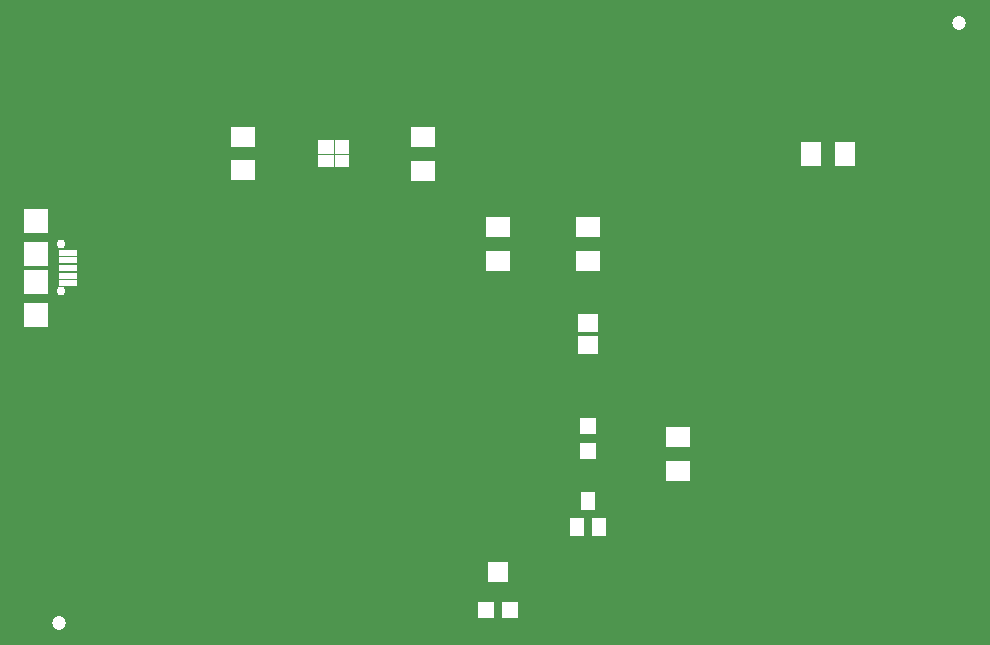
<source format=gts>
G04 EAGLE Gerber RS-274X export*
G75*
%MOMM*%
%FSLAX34Y34*%
%LPD*%
%INSoldermask Top*%
%IPNEG*%
%AMOC8*
5,1,8,0,0,1.08239X$1,22.5*%
G01*
%ADD10R,2.003200X1.803200*%
%ADD11R,1.549400X0.584200*%
%ADD12R,2.103200X2.103200*%
%ADD13C,0.753200*%
%ADD14R,1.403200X1.403200*%
%ADD15R,2.006200X1.803200*%
%ADD16R,1.803200X1.703200*%
%ADD17R,1.703200X1.503200*%
%ADD18R,1.203200X1.603200*%
%ADD19R,1.803200X2.006200*%
%ADD20C,1.203200*%
%ADD21R,1.153200X1.053200*%
%ADD22R,1.353200X1.053200*%
%ADD23R,1.353200X1.173200*%
%ADD24R,1.153200X1.173200*%


D10*
X-876300Y481300D03*
X-876300Y509300D03*
D11*
X-1024810Y411780D03*
X-1024810Y405280D03*
X-1024810Y398780D03*
X-1024810Y392280D03*
X-1024810Y385780D03*
D12*
X-1051560Y438280D03*
X-1051560Y410780D03*
X-1051560Y386780D03*
X-1051560Y359280D03*
D13*
X-1030060Y418780D03*
X-1030060Y378780D03*
D14*
X-584200Y243500D03*
X-584200Y264500D03*
D15*
X-723900Y481080D03*
X-723900Y509520D03*
D14*
X-670400Y109000D03*
X-650400Y109000D03*
D16*
X-660400Y141500D03*
D17*
X-584200Y333400D03*
X-584200Y352400D03*
D18*
X-584200Y201500D03*
X-574700Y179500D03*
X-593700Y179500D03*
D15*
X-660400Y433320D03*
X-660400Y404880D03*
X-508000Y227080D03*
X-508000Y255520D03*
X-584200Y433320D03*
X-584200Y404880D03*
D19*
X-366780Y495300D03*
X-395220Y495300D03*
D20*
X-1031800Y98500D03*
X-269800Y606500D03*
D21*
X-792850Y489000D03*
D22*
X-806350Y489000D03*
D23*
X-806350Y501000D03*
D24*
X-792850Y501000D03*
M02*

</source>
